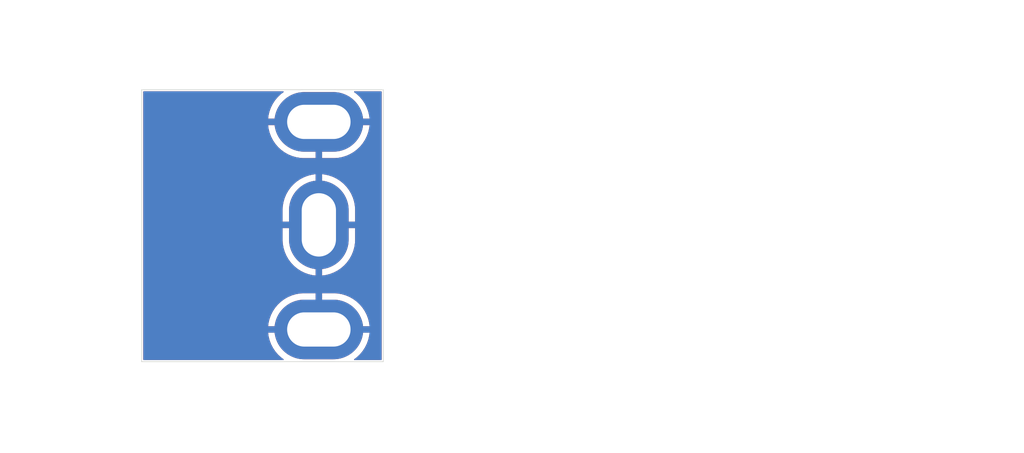
<source format=kicad_pcb>
(kicad_pcb (version 20211014) (generator pcbnew)
  (layers (0 "F.Cu" signal) (31 "B.Cu" signal) (34 "B.Paste" user) (35 "F.Paste" user) (36 "B.SilkS" user "B.Silkscreen") (37 "F.SilkS" user "F.Silkscreen") (38 "B.Mask" user) (39 "F.Mask" user) (44 "Edge.Cuts" user))
  (net 0 "")
  (net 1 "/GND")
  (footprint "MountingHole:MountingHole_2.7mm_M2.5_DIN965_Pad" (layer "F.Cu") (at 132.08 102.997)
    (fp_text reference "H3" hide)
    (fp_text value "MountingHole_Pad")
    (pad "1" thru_hole oval (at 0 0) (size 7 4.7) (drill oval 5 2.7) (layers *.Cu *.Mask) (net 1 "/GND"))
  )
  (footprint "MountingHole:MountingHole_2.7mm_M2.5_DIN965_Pad" (layer "F.Cu") (at 132.08 111.125)
    (fp_text reference "H1" hide)
    (fp_text value "MountingHole_Pad")
    (pad "1" thru_hole oval (at 0 0) (size 4.7 7) (drill oval 2.7 5) (layers *.Cu *.Mask) (net 1 "/GND"))
  )
  (footprint "MountingHole:MountingHole_2.7mm_M2.5_DIN965_Pad" (layer "F.Cu") (at 132.08 119.38)
    (fp_text reference "H2" hide)
    (fp_text value "MountingHole_Pad")
    (pad "1" thru_hole oval (at 0 0) (size 7 4.7) (drill oval 5 2.7) (layers *.Cu *.Mask) (net 1 "/GND"))
  )
  (footprint "TG16_RF_DIN:SMD2,54-5,08" (layer "F.Cu") (at 120.65 111.125 180)
    (fp_text reference "GND1" hide)
    (fp_text value "SMD5")
    (pad "1" smd rect (at 0 0 180) (size 2.54 5.08) (layers "F.Cu" "F.Paste" "F.Mask") (net 1 "/GND"))
  )
  (gr_line (start 118.11 100.457) (end 118.11 121.92) (layer "Edge.Cuts") (width 0.05))
  (gr_line (start 118.11 121.92) (end 137.16 121.92) (layer "Edge.Cuts") (width 0.05))
  (gr_line (start 137.16 100.457) (end 118.11 100.457) (layer "Edge.Cuts") (width 0.05))
  (gr_line (start 137.16 121.92) (end 137.16 100.457) (layer "Edge.Cuts") (width 0.05))
  (zone (net 1) (net_name "/GND") (layers F&B.Cu) (priority 6) (connect_pads (clearance 0.000001)) (min_thickness 0.0762) (fill yes (thermal_gap 0.508) (thermal_bridge_width 0.508))
    (polygon (pts (xy 138.5062 122.6312) (xy 117.3988 122.6312) (xy 117.3988 99.6188) (xy 138.5062 99.6188)))
  )
)
</source>
